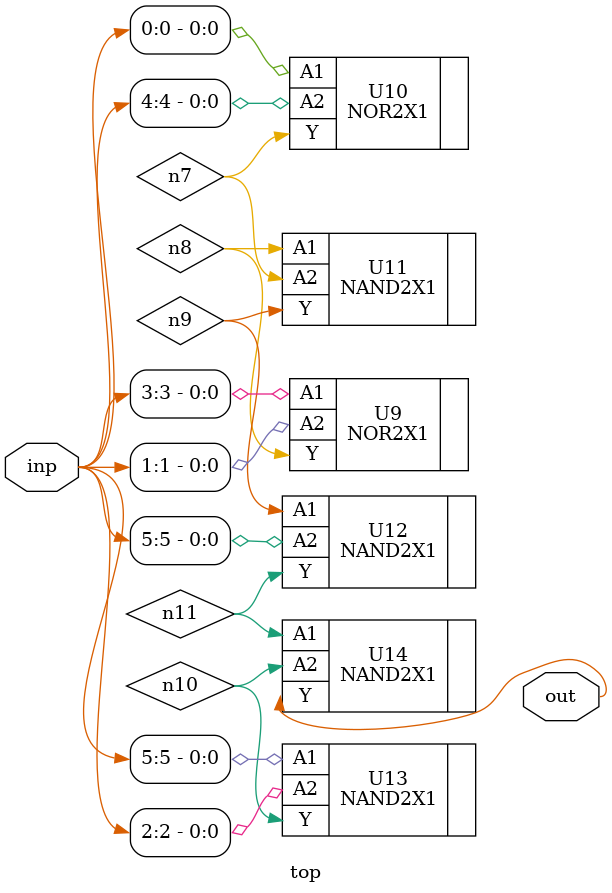
<source format=sv>


module top ( inp, out );
  input [5:0] inp;
  output out;
  wire   n7, n8, n9, n10, n11;

  NOR2X1 U9 ( .A1(inp[3]), .A2(inp[1]), .Y(n8) );
  NOR2X1 U10 ( .A1(inp[0]), .A2(inp[4]), .Y(n7) );
  NAND2X1 U11 ( .A1(n8), .A2(n7), .Y(n9) );
  NAND2X1 U12 ( .A1(n9), .A2(inp[5]), .Y(n11) );
  NAND2X1 U13 ( .A1(inp[5]), .A2(inp[2]), .Y(n10) );
  NAND2X1 U14 ( .A1(n11), .A2(n10), .Y(out) );
endmodule


</source>
